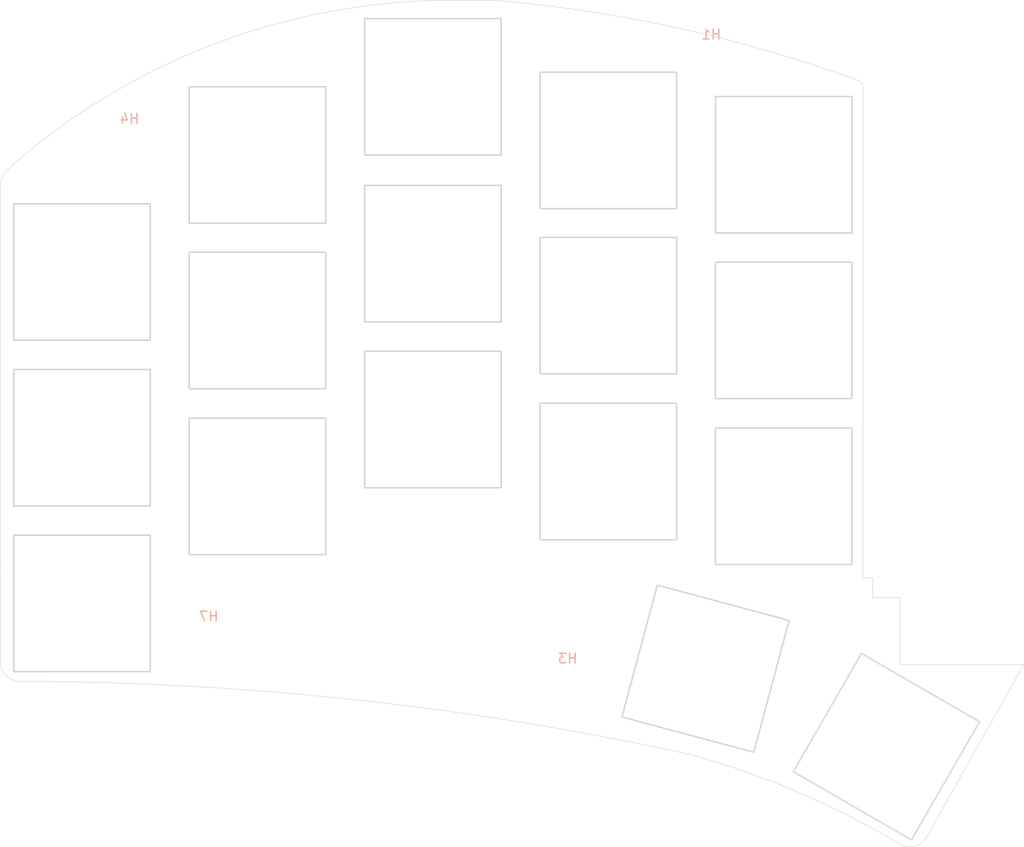
<source format=kicad_pcb>
(kicad_pcb (version 20211014) (generator pcbnew)
  (layers (0 "F.Cu" signal) (31 "B.Cu" signal) (34 "B.Paste" user) (35 "F.Paste" user) (36 "B.SilkS" user "B.Silkscreen") (37 "F.SilkS" user "F.Silkscreen") (38 "B.Mask" user) (39 "F.Mask" user) (44 "Edge.Cuts" user))
  (net 0 "")
  (footprint "Kailh:SW_PG1350_cut" (layer "F.Cu") (at 22 41)
    (fp_text reference "SW2" hide)
    (fp_text value "SW_Push" hide)
    (fp_line (start -7 -7) (end 7 -7) (layer "Edge.Cuts") (width 0.15))
    (fp_line (start -7 7) (end 7 7) (layer "Edge.Cuts") (width 0.15))
    (fp_line (start 7 7) (end 7 -7) (layer "Edge.Cuts") (width 0.15))
    (fp_line (start -7 7) (end -7 -7) (layer "Edge.Cuts") (width 0.15))
  )
  (footprint "Kailh:SW_PG1350_cut" (layer "F.Cu") (at 40 29)
    (fp_text reference "SW3" hide)
    (fp_text value "SW_Push" hide)
    (fp_line (start -7 -7) (end 7 -7) (layer "Edge.Cuts") (width 0.15))
    (fp_line (start 7 7) (end 7 -7) (layer "Edge.Cuts") (width 0.15))
    (fp_line (start -7 7) (end -7 -7) (layer "Edge.Cuts") (width 0.15))
    (fp_line (start -7 7) (end 7 7) (layer "Edge.Cuts") (width 0.15))
  )
  (footprint "Kailh:SW_PG1350_cut" (layer "F.Cu") (at 58 22)
    (fp_text reference "SW4" hide)
    (fp_text value "SW_Push" hide)
    (fp_line (start -7 -7) (end 7 -7) (layer "Edge.Cuts") (width 0.15))
    (fp_line (start 7 7) (end 7 -7) (layer "Edge.Cuts") (width 0.15))
    (fp_line (start -7 7) (end 7 7) (layer "Edge.Cuts") (width 0.15))
    (fp_line (start -7 7) (end -7 -7) (layer "Edge.Cuts") (width 0.15))
  )
  (footprint "Kailh:SW_PG1350_cut" (layer "F.Cu") (at 76 27.5)
    (fp_text reference "SW5" hide)
    (fp_text value "SW_Push" hide)
    (fp_line (start 7 7) (end 7 -7) (layer "Edge.Cuts") (width 0.15))
    (fp_line (start -7 7) (end -7 -7) (layer "Edge.Cuts") (width 0.15))
    (fp_line (start -7 7) (end 7 7) (layer "Edge.Cuts") (width 0.15))
    (fp_line (start -7 -7) (end 7 -7) (layer "Edge.Cuts") (width 0.15))
  )
  (footprint "Kailh:SW_PG1350_cut" (layer "F.Cu") (at 94 30)
    (fp_text reference "SW6" hide)
    (fp_text value "SW_Push" hide)
    (fp_line (start -7 -7) (end 7 -7) (layer "Edge.Cuts") (width 0.15))
    (fp_line (start -7 7) (end -7 -7) (layer "Edge.Cuts") (width 0.15))
    (fp_line (start -7 7) (end 7 7) (layer "Edge.Cuts") (width 0.15))
    (fp_line (start 7 7) (end 7 -7) (layer "Edge.Cuts") (width 0.15))
  )
  (footprint "Kailh:SW_PG1350_cut" (layer "F.Cu") (at 22 58)
    (fp_text reference "SW8" hide)
    (fp_text value "SW_Push" hide)
    (fp_line (start -7 -7) (end 7 -7) (layer "Edge.Cuts") (width 0.15))
    (fp_line (start -7 7) (end -7 -7) (layer "Edge.Cuts") (width 0.15))
    (fp_line (start -7 7) (end 7 7) (layer "Edge.Cuts") (width 0.15))
    (fp_line (start 7 7) (end 7 -7) (layer "Edge.Cuts") (width 0.15))
  )
  (footprint "Kailh:SW_PG1350_cut" (layer "F.Cu") (at 40 45.974)
    (fp_text reference "SW9" hide)
    (fp_text value "SW_Push" hide)
    (fp_line (start -7 7) (end -7 -7) (layer "Edge.Cuts") (width 0.15))
    (fp_line (start -7 -7) (end 7 -7) (layer "Edge.Cuts") (width 0.15))
    (fp_line (start 7 7) (end 7 -7) (layer "Edge.Cuts") (width 0.15))
    (fp_line (start -7 7) (end 7 7) (layer "Edge.Cuts") (width 0.15))
  )
  (footprint "Kailh:SW_PG1350_cut" (layer "F.Cu") (at 58 39.116)
    (fp_text reference "SW10" hide)
    (fp_text value "SW_Push" hide)
    (fp_line (start -7 7) (end 7 7) (layer "Edge.Cuts") (width 0.15))
    (fp_line (start 7 7) (end 7 -7) (layer "Edge.Cuts") (width 0.15))
    (fp_line (start -7 7) (end -7 -7) (layer "Edge.Cuts") (width 0.15))
    (fp_line (start -7 -7) (end 7 -7) (layer "Edge.Cuts") (width 0.15))
  )
  (footprint "Kailh:SW_PG1350_cut" (layer "F.Cu") (at 76 44.45)
    (fp_text reference "SW11" hide)
    (fp_text value "SW_Push" hide)
    (fp_line (start -7 -7) (end 7 -7) (layer "Edge.Cuts") (width 0.15))
    (fp_line (start -7 7) (end 7 7) (layer "Edge.Cuts") (width 0.15))
    (fp_line (start -7 7) (end -7 -7) (layer "Edge.Cuts") (width 0.15))
    (fp_line (start 7 7) (end 7 -7) (layer "Edge.Cuts") (width 0.15))
  )
  (footprint "Kailh:SW_PG1350_cut" (layer "F.Cu") (at 93.98 46.99)
    (fp_text reference "SW12" hide)
    (fp_text value "SW_Push" hide)
    (fp_line (start -7 -7) (end 7 -7) (layer "Edge.Cuts") (width 0.15))
    (fp_line (start 7 7) (end 7 -7) (layer "Edge.Cuts") (width 0.15))
    (fp_line (start -7 7) (end 7 7) (layer "Edge.Cuts") (width 0.15))
    (fp_line (start -7 7) (end -7 -7) (layer "Edge.Cuts") (width 0.15))
  )
  (footprint "Kailh:SW_PG1350_cut" (layer "F.Cu") (at 22 75)
    (fp_text reference "SW14" hide)
    (fp_text value "SW_Push" hide)
    (fp_line (start -7 -7) (end 7 -7) (layer "Edge.Cuts") (width 0.15))
    (fp_line (start -7 7) (end 7 7) (layer "Edge.Cuts") (width 0.15))
    (fp_line (start -7 7) (end -7 -7) (layer "Edge.Cuts") (width 0.15))
    (fp_line (start 7 7) (end 7 -7) (layer "Edge.Cuts") (width 0.15))
  )
  (footprint "Kailh:SW_PG1350_cut" (layer "F.Cu") (at 40 62.992)
    (fp_text reference "SW15" hide)
    (fp_text value "SW_Push" hide)
    (fp_line (start -7 -7) (end 7 -7) (layer "Edge.Cuts") (width 0.15))
    (fp_line (start 7 7) (end 7 -7) (layer "Edge.Cuts") (width 0.15))
    (fp_line (start -7 7) (end 7 7) (layer "Edge.Cuts") (width 0.15))
    (fp_line (start -7 7) (end -7 -7) (layer "Edge.Cuts") (width 0.15))
  )
  (footprint "Kailh:SW_PG1350_cut" (layer "F.Cu") (at 58 56.134)
    (fp_text reference "SW16" hide)
    (fp_text value "SW_Push" hide)
    (fp_line (start -7 7) (end -7 -7) (layer "Edge.Cuts") (width 0.15))
    (fp_line (start -7 -7) (end 7 -7) (layer "Edge.Cuts") (width 0.15))
    (fp_line (start 7 7) (end 7 -7) (layer "Edge.Cuts") (width 0.15))
    (fp_line (start -7 7) (end 7 7) (layer "Edge.Cuts") (width 0.15))
  )
  (footprint "Kailh:SW_PG1350_cut" (layer "F.Cu") (at 76 61.468)
    (fp_text reference "SW17" hide)
    (fp_text value "SW_Push" hide)
    (fp_line (start -7 7) (end -7 -7) (layer "Edge.Cuts") (width 0.15))
    (fp_line (start 7 7) (end 7 -7) (layer "Edge.Cuts") (width 0.15))
    (fp_line (start -7 -7) (end 7 -7) (layer "Edge.Cuts") (width 0.15))
    (fp_line (start -7 7) (end 7 7) (layer "Edge.Cuts") (width 0.15))
  )
  (footprint "Kailh:SW_PG1350_cut" (layer "F.Cu") (at 93.98 64.008)
    (fp_text reference "SW18" hide)
    (fp_text value "SW_Push" hide)
    (fp_line (start -7 7) (end -7 -7) (layer "Edge.Cuts") (width 0.15))
    (fp_line (start -7 7) (end 7 7) (layer "Edge.Cuts") (width 0.15))
    (fp_line (start 7 7) (end 7 -7) (layer "Edge.Cuts") (width 0.15))
    (fp_line (start -7 -7) (end 7 -7) (layer "Edge.Cuts") (width 0.15))
  )
  (footprint "Kailh:SW_PG1350_cut" (layer "F.Cu") (at 104.53 89.7 150)
    (fp_text reference "SW20" hide)
    (fp_text value "SW_Push" hide)
    (fp_line (start -7 -7) (end 7 -7) (layer "Edge.Cuts") (width 0.15))
    (fp_line (start 7 7) (end 7 -7) (layer "Edge.Cuts") (width 0.15))
    (fp_line (start -7 7) (end -7 -7) (layer "Edge.Cuts") (width 0.15))
    (fp_line (start -7 7) (end 7 7) (layer "Edge.Cuts") (width 0.15))
  )
  (footprint "Kailh:SW_PG1350_cut" (layer "F.Cu") (at 85.97 81.7 165)
    (fp_text reference "SW21" hide)
    (fp_text value "SW_Push" hide)
    (fp_line (start -7 7) (end -7 -7) (layer "Edge.Cuts") (width 0.15))
    (fp_line (start -7 -7) (end 7 -7) (layer "Edge.Cuts") (width 0.15))
    (fp_line (start 7 7) (end 7 -7) (layer "Edge.Cuts") (width 0.15))
    (fp_line (start -7 7) (end 7 7) (layer "Edge.Cuts") (width 0.15))
  )
  (footprint "MountingHole:MountingHole_2.2mm_M2" (layer "B.Cu") (at 26.872 28.478 180)
    (fp_text reference "H4" (at 0 3.2) (layer "B.SilkS") (effects (justify mirror)))
    (fp_text value "MountingHole")
    (pad "" np_thru_hole circle (at 0 0 180) (size 2.2 2.2) (drill 2.2) (layers *.Cu *.Mask))
  )
  (footprint "MountingHole:MountingHole_2.2mm_M2" (layer "B.Cu") (at 35 79.532 180)
    (fp_text reference "H7" (at 0 3.2) (layer "B.SilkS") (effects (justify mirror)))
    (fp_text value "MountingHole")
    (pad "" np_thru_hole circle (at 0 0 180) (size 2.2 2.2) (drill 2.2) (layers *.Cu *.Mask))
  )
  (footprint "MountingHole:MountingHole_2.2mm_M2" (layer "B.Cu") (at 71.83 83.85 180)
    (fp_text reference "H3" (at 0 3.2) (layer "B.SilkS") (effects (justify mirror)))
    (fp_text value "MountingHole")
    (pad "" np_thru_hole circle (at 0 0 180) (size 2.2 2.2) (drill 2.2) (layers *.Cu *.Mask))
  )
  (footprint "MountingHole:MountingHole_2.2mm_M2" (layer "B.Cu") (at 86.562 19.842 180)
    (fp_text reference "H1" (at 0 3.2) (layer "B.SilkS") (effects (justify mirror)))
    (fp_text value "MountingHole")
    (pad "" np_thru_hole circle (at 0 0 180) (size 2.2 2.2) (drill 2.2) (layers *.Cu *.Mask))
  )
  (gr_line (start 13.610055 31.896702) (end 13.650254 81.165024) (layer "Edge.Cuts") (width 0.05))
  (gr_arc (start 101.70729 21.376889) (mid 102.024079 21.653645) (end 102.142045 22.057419) (layer "Edge.Cuts") (width 0.05))
  (gr_arc (start 84.329134 90.481946) (mid 95.406488 94.341597) (end 105.858 99.668) (layer "Edge.Cuts") (width 0.05))
  (gr_arc (start 13.610055 31.896702) (mid 14.166929 30.778882) (end 15.037 29.883) (layer "Edge.Cuts") (width 0.05))
  (gr_arc (start 64.211777 13.120679) (mid 83.235879 15.993764) (end 101.70729 21.376889) (layer "Edge.Cuts") (width 0.05))
  (gr_arc (start 108.59 99.069265) (mid 107.348995 99.93898) (end 105.858 99.668) (layer "Edge.Cuts") (width 0.05))
  (gr_arc (start 15.688 83.001119) (mid 50.208442 84.907554) (end 84.329134 90.481946) (layer "Edge.Cuts") (width 0.05))
  (gr_arc (start 15.688 83.001119) (mid 14.300573 82.492102) (end 13.650254 81.165024) (layer "Edge.Cuts") (width 0.05))
  (gr_line (start 102.108 72.39) (end 102.142045 22.057419) (layer "Edge.Cuts") (width 0.05))
  (gr_arc (start 15.037 29.883) (mid 36.013524 17.451455) (end 60.010389 13.126139) (layer "Edge.Cuts") (width 0.05))
  (gr_line (start 118.618 81.28) (end 108.59 99.069265) (layer "Edge.Cuts") (width 0.05))
  (gr_line (start 64.211777 13.120679) (end 60.010389 13.126139) (layer "Edge.Cuts") (width 0.05))
  (gr_line (start 103.124 72.39) (end 102.108 72.39) (layer "Edge.Cuts") (width 0.05))
  (gr_line (start 103.124 72.39) (end 103.124 74.422) (layer "Edge.Cuts") (width 0.05))
  (gr_line (start 103.124 74.422) (end 105.918 74.422) (layer "Edge.Cuts") (width 0.05))
  (gr_line (start 105.918 81.28) (end 105.918 74.422) (layer "Edge.Cuts") (width 0.05))
  (gr_line (start 118.618 81.28) (end 105.918 81.28) (layer "Edge.Cuts") (width 0.05))
)
</source>
